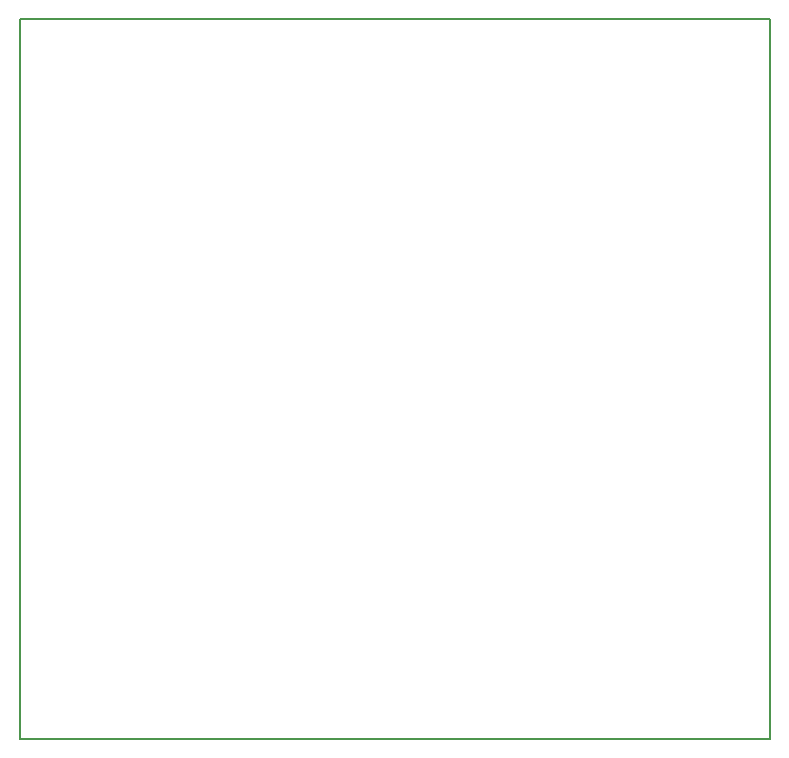
<source format=gbr>
G04 #@! TF.FileFunction,Profile,NP*
%FSLAX46Y46*%
G04 Gerber Fmt 4.6, Leading zero omitted, Abs format (unit mm)*
G04 Created by KiCad (PCBNEW (2015-12-07 BZR 6352)-product) date Fri 05 Feb 2016 10:23:55 PM EST*
%MOMM*%
G01*
G04 APERTURE LIST*
%ADD10C,0.100000*%
%ADD11C,0.150000*%
G04 APERTURE END LIST*
D10*
D11*
X63500000Y60960000D02*
X0Y60960000D01*
X63500000Y0D02*
X63500000Y60960000D01*
X0Y0D02*
X63500000Y0D01*
X0Y60960000D02*
X0Y0D01*
M02*

</source>
